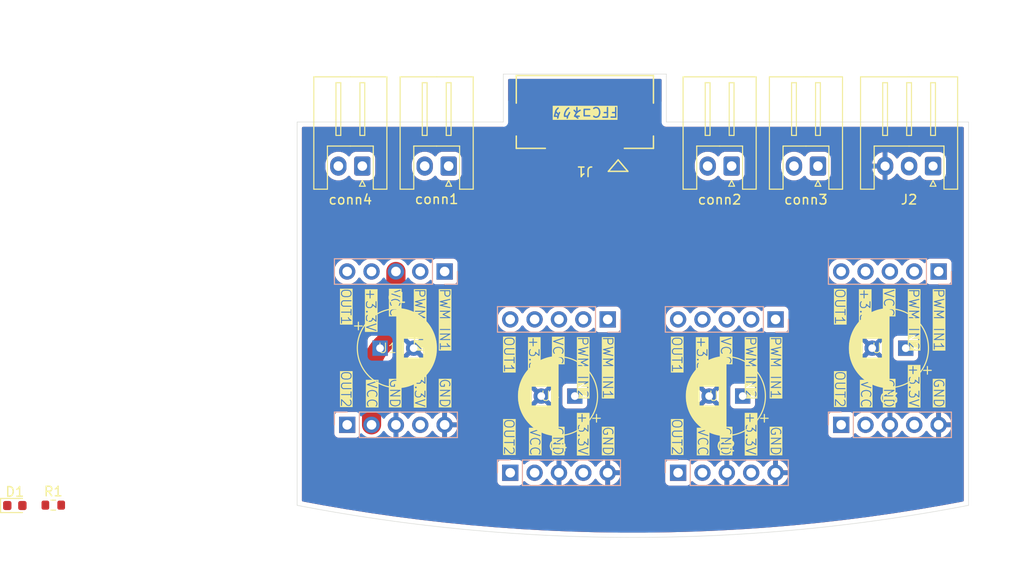
<source format=kicad_pcb>
(kicad_pcb (version 20241229) (generator "pcbnew") (generator_version "9.0")
  (layers (0 "F.Cu" signal) (2 "B.Cu" signal) (13 "F.Paste" user) (15 "B.Paste" user) (5 "F.SilkS" user "F.Silkscreen") (7 "B.SilkS" user "B.Silkscreen") (1 "F.Mask" user) (3 "B.Mask" user) (25 "Edge.Cuts" user))
  (net 0 "")
  (net 1 "GND")
  (net 2 "VCC")
  (net 3 "D1 OUT2")
  (net 4 "D1 OUT1")
  (net 5 "D2 OUT1")
  (net 6 "D2 OUT2")
  (net 7 "D3 OUT1")
  (net 8 "D3 OUT2")
  (net 9 "D4 OUT1")
  (net 10 "D4 OUT2")
  (net 11 "Net-(D1-K)")
  (net 12 "D2 EN")
  (net 13 "D3 PH")
  (net 14 "D2 PH")
  (net 15 "D1 PH")
  (net 16 "D4 PH")
  (net 17 "D4 EN")
  (net 18 "D3 EN")
  (net 19 "D1 EN")
  (net 20 "+3.3V")
  (footprint "Motor Driver Module:DRV8874 Module V1.2" (layer "F.Cu") (at 181.799993 124.649999)
    (property "Reference" "U3" (at -0.9 0 0) (layer "F.SilkS") (effects (font (thickness 0.1))))
    (property "Value" "~")
    (fp_text user "OUT2" (at -5.8 2.3 270) (layer "F.SilkS" knockout) (effects (font (thickness 0.1)) (justify left bottom)))
    (fp_text user "VCC" (at -3.1 3.3 270) (layer "F.SilkS" knockout) (effects (font (thickness 0.1)) (justify left bottom)))
    (fp_text user "GND" (at -0.7 3.1 270) (layer "F.SilkS" knockout) (effects (font (thickness 0.1)) (justify left bottom)))
    (fp_text user "PWM IN1" (at 4.5 -6.3 270) (layer "F.SilkS" knockout) (effects (font (thickness 0.1)) (justify left bottom)))
    (fp_text user "GND" (at 4.5 3.1 270) (layer "F.SilkS" knockout) (effects (font (thickness 0.1)) (justify left bottom)))
    (fp_text user "PWM IN2" (at 1.9 -6.3 270) (layer "F.SilkS" knockout) (effects (font (thickness 0.1)) (justify left bottom)))
    (fp_text user "+3.3V" (at -3.2 -6.3 270) (layer "F.SilkS" knockout) (effects (font (thickness 0.1)) (justify left bottom)))
    (fp_text user "OUT1" (at -5.8 -6.3 270) (layer "F.SilkS" knockout) (effects (font (thickness 0.1)) (justify left bottom)))
    (fp_text user "+3.3V" (at 1.9 1.6 270) (layer "F.SilkS" knockout) (effects (font (thickness 0.1)) (justify left bottom)))
    (fp_text user "VCC" (at -0.7 -6.2 270) (layer "F.SilkS" knockout) (effects (font (thickness 0.1)) (justify left bottom)))
    (pad "1" thru_hole rect (at 5.08 -8 90) (size 1.7 1.7) (drill 1) (layers "*.Cu" "*.Mask") (net 18 "D3 EN"))
    (pad "2" thru_hole oval (at 2.54 -8 90) (size 1.7 1.7) (drill 1) (layers "*.Cu" "*.Mask") (net 13 "D3 PH"))
    (pad "3" thru_hole oval (at 0 -8 90) (size 1.7 1.7) (drill 1) (layers "*.Cu" "*.Mask") (net 2 "VCC"))
    (pad "4" thru_hole oval (at -2.54 -8 90) (size 1.7 1.7) (drill 1) (layers "*.Cu" "*.Mask") (net 20 "+3.3V"))
    (pad "5" thru_hole oval (at -5.08 -8 90) (size 1.7 1.7) (drill 1) (layers "*.Cu" "*.Mask") (net 7 "D3 OUT1"))
    (pad "6" thru_hole oval (at 5.08 8 270) (size 1.7 1.7) (drill 1) (layers "*.Cu" "*.Mask") (net 1 "GND"))
    (pad "7" thru_hole oval (at 2.54 8 270) (size 1.7 1.7) (drill 1) (layers "*.Cu" "*.Mask") (net 20 "+3.3V"))
    (pad "8" thru_hole oval (at 0 8 270) (size 1.7 1.7) (drill 1) (layers "*.Cu" "*.Mask") (net 1 "GND"))
    (pad "9" thru_hole oval (at -2.54 8 270) (size 1.7 1.7) (drill 1) (layers "*.Cu" "*.Mask") (net 2 "VCC"))
    (pad "10" thru_hole rect (at -5.08 8 270) (size 1.7 1.7) (drill 1) (layers "*.Cu" "*.Mask") (net 8 "D3 OUT2"))
  )
  (footprint "FFC conector:FFC conector 8Pin" (layer "F.Cu") (at 150 100 180)
    (property "Reference" "J1" (at 0 -6.2 180) (layer "F.SilkS"))
    (property "Value" "Conn_01x08_Pin")
    (fp_text user "FFCコネクタ" (at 0 0 180) (layer "F.SilkS" knockout))
    (pad "1" smd rect (at -3.499993 -3.149999 180) (size 0.6 1.9) (layers "F.Cu" "F.Mask" "F.Paste") (net 18 "D3 EN"))
    (pad "2" smd rect (at -2.499992 -3.149999 180) (size 0.6 1.9) (layers "F.Cu" "F.Mask" "F.Paste") (net 13 "D3 PH"))
    (pad "3" smd rect (at -1.499992 -3.149999 180) (size 0.6 1.9) (layers "F.Cu" "F.Mask" "F.Paste") (net 12 "D2 EN"))
    (pad "4" smd rect (at -0.499994 -3.149999 180) (size 0.6 1.9) (layers "F.Cu" "F.Mask" "F.Paste") (net 14 "D2 PH"))
    (pad "5" smd rect (at 0.500007 -3.149999 180) (size 0.6 1.9) (layers "F.Cu" "F.Mask" "F.Paste") (net 17 "D4 EN"))
    (pad "6" smd rect (at 1.500007 -3.149999 180) (size 0.6 1.9) (layers "F.Cu" "F.Mask" "F.Paste") (net 16 "D4 PH"))
    (pad "7" smd rect (at 2.500008 -3.149999 180) (size 0.6 1.9) (layers "F.Cu" "F.Mask" "F.Paste") (net 19 "D1 EN"))
    (pad "8" smd rect (at 3.500008 -3.149999 180) (size 0.6 1.9) (layers "F.Cu" "F.Mask" "F.Paste") (net 15 "D1 PH"))
    (pad "P1" smd rect (at -6.649993 -0.799998 180) (size 2.1 2.799999) (layers "F.Cu" "F.Mask" "F.Paste"))
    (pad "P2" smd rect (at 6.649993 -0.799998 180) (size 2.1 2.799999) (layers "F.Cu" "F.Mask" "F.Paste"))
  )
  (footprint "Motor Driver Module:DRV8874 Module V1.2" (layer "F.Cu") (at 130.299993 124.649999)
    (property "Reference" "U1" (at -0.9 0 0) (layer "F.SilkS") (effects (font (thickness 0.1))))
    (property "Value" "~")
    (fp_text user "OUT2" (at -5.8 2.3 270) (layer "F.SilkS" knockout) (effects (font (thickness 0.1)) (justify left bottom)))
    (fp_text user "GND" (at -0.7 3.1 270) (layer "F.SilkS" knockout) (effects (font (thickness 0.1)) (justify left bottom)))
    (fp_text user "PWM IN1" (at 4.5 -6.3 270) (layer "F.SilkS" knockout) (effects (font (thickness 0.1)) (justify left bottom)))
    (fp_text user "+3.3V" (at -3.2 -6.3 270) (layer "F.SilkS" knockout) (effects (font (thickness 0.1)) (justify left bottom)))
    (fp_text user "VCC" (at -0.7 -6.2 270) (layer "F.SilkS" knockout) (effects (font (thickness 0.1)) (justify left bottom)))
    (fp_text user "GND" (at 4.5 3.1 270) (layer "F.SilkS" knockout) (effects (font (thickness 0.1)) (justify left bottom)))
    (fp_text user "PWM IN2" (at 1.9 -6.3 270) (layer "F.SilkS" knockout) (effects (font (thickness 0.1)) (justify left bottom)))
    (fp_text user "VCC" (at -3.1 3.3 270) (layer "F.SilkS" knockout) (effects (font (thickness 0.1)) (justify left bottom)))
    (fp_text user "OUT1" (at -5.8 -6.3 270) (layer "F.SilkS" knockout) (effects (font (thickness 0.1)) (justify left bottom)))
    (fp_text user "+3.3V" (at 1.9 1.6 270) (layer "F.SilkS" knockout) (effects (font (thickness 0.1)) (justify left bottom)))
    (pad "1" thru_hole rect (at 5.08 -8 90) (size 1.7 1.7) (drill 1) (layers "*.Cu" "*.Mask") (net 19 "D1 EN"))
    (pad "2" thru_hole oval (at 2.54 -8 90) (size 1.7 1.7) (drill 1) (layers "*.Cu" "*.Mask") (net 15 "D1 PH"))
    (pad "3" thru_hole oval (at 0 -8 90) (size 1.7 1.7) (drill 1) (layers "*.Cu" "*.Mask") (net 2 "VCC"))
    (pad "4" thru_hole oval (at -2.54 -8 90) (size 1.7 1.7) (drill 1) (layers "*.Cu" "*.Mask") (net 20 "+3.3V"))
    (pad "5" thru_hole oval (at -5.08 -8 90) (size 1.7 1.7) (drill 1) (layers "*.Cu" "*.Mask") (net 4 "D1 OUT1"))
    (pad "6" thru_hole oval (at 5.08 8 270) (size 1.7 1.7) (drill 1) (layers "*.Cu" "*.Mask") (net 1 "GND"))
    (pad "7" thru_hole oval (at 2.54 8 270) (size 1.7 1.7) (drill 1) (layers "*.Cu" "*.Mask") (net 20 "+3.3V"))
    (pad "8" thru_hole oval (at 0 8 270) (size 1.7 1.7) (drill 1) (layers "*.Cu" "*.Mask") (net 1 "GND"))
    (pad "9" thru_hole oval (at -2.54 8 270) (size 1.7 1.7) (drill 1) (layers "*.Cu" "*.Mask") (net 2 "VCC"))
    (pad "10" thru_hole rect (at -5.08 8 270) (size 1.7 1.7) (drill 1) (layers "*.Cu" "*.Mask") (net 3 "D1 OUT2"))
  )
  (footprint "Capacitor_THT:CP_Radial_D8.0mm_P3.50mm" (layer "F.Cu") (at 183.452644 124.649999 180)
    (property "Reference" "C3" (at 1.75 -5.25 0) (layer "F.SilkS"))
    (property "Value" "150uF")
    (pad "1" thru_hole rect (at 0 0 180) (size 1.6 1.6) (drill 0.8) (layers "*.Cu" "*.Mask") (net 2 "VCC"))
    (pad "2" thru_hole circle (at 3.5 0 180) (size 1.6 1.6) (drill 0.8) (layers "*.Cu" "*.Mask") (net 1 "GND"))
  )
  (footprint "Motor Driver Module:DRV8874 Module V1.2" (layer "F.Cu") (at 164.799993 129.649999)
    (property "Reference" "U2" (at -0.9 0 0) (layer "F.SilkS") (effects (font (thickness 0.1))))
    (property "Value" "~")
    (fp_text user "+3.3V" (at 1.9 1.6 270) (layer "F.SilkS" knockout) (effects (font (thickness 0.1)) (justify left bottom)))
    (fp_text user "PWM IN1" (at 4.5 -6.3 270) (layer "F.SilkS" knockout) (effects (font (thickness 0.1)) (justify left bottom)))
    (fp_text user "PWM IN2" (at 1.9 -6.3 270) (layer "F.SilkS" knockout) (effects (font (thickness 0.1)) (justify left bottom)))
    (fp_text user "OUT2" (at -5.8 2.3 270) (layer "F.SilkS" knockout) (effects (font (thickness 0.1)) (justify left bottom)))
    (fp_text user "+3.3V" (at -3.2 -6.3 270) (layer "F.SilkS" knockout) (effects (font (thickness 0.1)) (justify left bottom)))
    (fp_text user "VCC" (at -3.1 3.3 270) (layer "F.SilkS" knockout) (effects (font (thickness 0.1)) (justify left bottom)))
    (fp_text user "GND" (at 4.5 3.1 270) (layer "F.SilkS" knockout) (effects (font (thickness 0.1)) (justify left bottom)))
    (fp_text user "OUT1" (at -5.8 -6.3 270) (layer "F.SilkS" knockout) (effects (font (thickness 0.1)) (justify left bottom)))
    (fp_text user "GND" (at -0.7 3.1 270) (layer "F.SilkS" knockout) (effects (font (thickness 0.1)) (justify left bottom)))
    (fp_text user "VCC" (at -0.7 -6.2 270) (layer "F.SilkS" knockout) (effects (font (thickness 0.1)) (justify left bottom)))
    (pad "1" thru_hole rect (at 5.08 -8 90) (size 1.7 1.7) (drill 1) (layers "*.Cu" "*.Mask") (net 12 "D2 EN"))
    (pad "2" thru_hole oval (at 2.54 -8 90) (size 1.7 1.7) (drill 1) (layers "*.Cu" "*.Mask") (net 14 "D2 PH"))
    (pad "3" thru_hole oval (at 0 -8 90) (size 1.7 1.7) (drill 1) (layers "*.Cu" "*.Mask") (net 2 "VCC"))
    (pad "4" thru_hole oval (at -2.54 -8 90) (size 1.7 1.7) (drill 1) (layers "*.Cu" "*.Mask") (net 20 "+3.3V"))
    (pad "5" thru_hole oval (at -5.08 -8 90) (size 1.7 1.7) (drill 1) (layers "*.Cu" "*.Mask") (net 5 "D2 OUT1"))
    (pad "6" thru_hole oval (at 5.08 8 270) (size 1.7 1.7) (drill 1) (layers "*.Cu" "*.Mask") (net 1 "GND"))
    (pad "7" thru_hole oval (at 2.54 8 270) (size 1.7 1.7) (drill 1) (layers "*.Cu" "*.Mask") (net 20 "+3.3V"))
    (pad "8" thru_hole oval (at 0 8 270) (size 1.7 1.7) (drill 1) (layers "*.Cu" "*.Mask") (net 1 "GND"))
    (pad "9" thru_hole oval (at -2.54 8 270) (size 1.7 1.7) (drill 1) (layers "*.Cu" "*.Mask") (net 2 "VCC"))
    (pad "10" thru_hole rect (at -5.08 8 270) (size 1.7 1.7) (drill 1) (layers "*.Cu" "*.Mask") (net 6 "D2 OUT2"))
  )
  (footprint "Connector_JST:JST_XH_S2B-XH-A_1x02_P2.50mm_Horizontal" (layer "F.Cu") (at 126.799993 105.649999 180)
    (property "Reference" "conn4" (at 1.25 -3.5 0) (layer "F.SilkS"))
    (property "Value" "Conn_01x02_Pin")
    (pad "1" thru_hole roundrect (at 0 0 180) (size 1.7 2) (drill 1) (layers "*.Cu" "*.Mask") (roundrect_rratio 0.147059) (net 9 "D4 OUT1"))
    (pad "2" thru_hole oval (at 2.5 0 180) (size 1.7 2) (drill 1) (layers "*.Cu" "*.Mask") (net 10 "D4 OUT2"))
  )
  (footprint "Connector_JST:JST_XH_S3B-XH-A_1x03_P2.50mm_Horizontal" (layer "F.Cu") (at 186.299993 105.649999 180)
    (property "Reference" "J2" (at 2.5 -3.5 0) (layer "F.SilkS"))
    (property "Value" "Conn_01x03_Pin")
    (pad "1" thru_hole roundrect (at 0 0 180) (size 1.7 1.95) (drill 0.95) (layers "*.Cu" "*.Mask") (roundrect_rratio 0.147059) (net 2 "VCC"))
    (pad "2" thru_hole oval (at 2.5 0 180) (size 1.7 1.95) (drill 0.95) (layers "*.Cu" "*.Mask") (net 20 "+3.3V"))
    (pad "3" thru_hole oval (at 5 0 180) (size 1.7 1.95) (drill 0.95) (layers "*.Cu" "*.Mask") (net 1 "GND"))
  )
  (footprint "Capacitor_THT:CP_Radial_D8.0mm_P3.50mm" (layer "F.Cu") (at 128.647342 124.649999)
    (property "Reference" "C1" (at 1.75 -5.25 0) (layer "F.SilkS"))
    (property "Value" "150uF")
    (pad "1" thru_hole rect (at 0 0) (size 1.6 1.6) (drill 0.8) (layers "*.Cu" "*.Mask") (net 2 "VCC"))
    (pad "2" thru_hole circle (at 3.5 0) (size 1.6 1.6) (drill 0.8) (layers "*.Cu" "*.Mask") (net 1 "GND"))
  )
  (footprint "Motor Driver Module:DRV8874 Module V1.2" (layer "F.Cu") (at 147.299993 129.649999)
    (property "Reference" "U4" (at -0.9 0 0) (layer "F.SilkS") (effects (font (thickness 0.1))))
    (property "Value" "~")
    (fp_text user "GND" (at 4.5 3.1 270) (layer "F.SilkS" knockout) (effects (font (thickness 0.1)) (justify left bottom)))
    (fp_text user "OUT2" (at -5.8 2.3 270) (layer "F.SilkS" knockout) (effects (font (thickness 0.1)) (justify left bottom)))
    (fp_text user "OUT1" (at -5.8 -6.3 270) (layer "F.SilkS" knockout) (effects (font (thickness 0.1)) (justify left bottom)))
    (fp_text user "+3.3V" (at 1.9 1.6 270) (layer "F.SilkS" knockout) (effects (font (thickness 0.1)) (justify left bottom)))
    (fp_text user "GND" (at -0.7 3.1 270) (layer "F.SilkS" knockout) (effects (font (thickness 0.1)) (justify left bottom)))
    (fp_text user "PWM IN1" (at 4.5 -6.3 270) (layer "F.SilkS" knockout) (effects (font (thickness 0.1)) (justify left bottom)))
    (fp_text user "VCC" (at -3.1 3.3 270) (layer "F.SilkS" knockout) (effects (font (thickness 0.1)) (justify left bottom)))
    (fp_text user "VCC" (at -0.7 -6.2 270) (layer "F.SilkS" knockout) (effects (font (thickness 0.1)) (justify left bottom)))
    (fp_text user "PWM IN2" (at 1.9 -6.3 270) (layer "F.SilkS" knockout) (effects (font (thickness 0.1)) (justify left bottom)))
    (fp_text user "+3.3V" (at -3.2 -6.3 270) (layer "F.SilkS" knockout) (effects (font (thickness 0.1)) (justify left bottom)))
    (pad "1" thru_hole rect (at 5.08 -8 90) (size 1.7 1.7) (drill 1) (layers "*.Cu" "*.Mask") (net 17 "D4 EN"))
    (pad "2" thru_hole oval (at 2.54 -8 90) (size 1.7 1.7) (drill 1) (layers "*.Cu" "*.Mask") (net 16 "D4 PH"))
    (pad "3" thru_hole oval (at 0 -8 90) (size 1.7 1.7) (drill 1) (layers "*.Cu" "*.Mask") (net 2 "VCC"))
    (pad "4" thru_hole oval (at -2.54 -8 90) (size 1.7 1.7) (drill 1) (layers "*.Cu" "*.Mask") (net 20 "+3.3V"))
    (pad "5" thru_hole oval (at -5.08 -8 90) (size 1.7 1.7) (drill 1) (layers "*.Cu" "*.Mask") (net 9 "D4 OUT1"))
    (pad "6" thru_hole oval (at 5.08 8 270) (size 1.7 1.7) (drill 1) (layers "*.Cu" "*.Mask") (net 1 "GND"))
    (pad "7" thru_hole oval (at 2.54 8 270) (size 1.7 1.7) (drill 1) (layers "*.Cu" "*.Mask") (net 20 "+3.3V"))
    (pad "8" thru_hole oval (at 0 8 270) (size 1.7 1.7) (drill 1) (layers "*.Cu" "*.Mask") (net 1 "GND"))
    (pad "9" thru_hole oval (at -2.54 8 270) (size 1.7 1.7) (drill 1) (layers "*.Cu" "*.Mask") (net 2 "VCC"))
    (pad "10" thru_hole rect (at -5.08 8 270) (size 1.7 1.7) (drill 1) (layers "*.Cu" "*.Mask") (net 10 "D4 OUT2"))
  )
  (footprint "LED_SMD:LED_0603_1608Metric" (layer "F.Cu") (at 90.57 141.07)
    (property "Reference" "D1" (at 0 -1.43 0) (layer "F.SilkS"))
    (property "Value" "LED")
    (pad "1" smd roundrect (at -0.7875 0) (size 0.875 0.95) (layers "F.Cu" "F.Mask" "F.Paste") (net 11 "Net-(D1-K)"))
    (pad "2" smd roundrect (at 0.7875 0) (size 0.875 0.95) (layers "F.Cu" "F.Mask" "F.Paste") (net 2 "VCC"))
  )
  (footprint "Connector_JST:JST_XH_S2B-XH-A_1x02_P2.50mm_Horizontal" (layer "F.Cu") (at 174.299993 105.649999 180)
    (property "Reference" "conn3" (at 1.25 -3.5 0) (layer "F.SilkS"))
    (property "Value" "Conn_01x02_Pin")
    (pad "1" thru_hole roundrect (at 0 0 180) (size 1.7 2) (drill 1) (layers "*.Cu" "*.Mask") (roundrect_rratio 0.147059) (net 7 "D3 OUT1"))
    (pad "2" thru_hole oval (at 2.5 0 180) (size 1.7 2) (drill 1) (layers "*.Cu" "*.Mask") (net 8 "D3 OUT2"))
  )
  (footprint "Connector_JST:JST_XH_S2B-XH-A_1x02_P2.50mm_Horizontal" (layer "F.Cu") (at 165.299993 105.649999 180)
    (property "Reference" "conn2" (at 1.25 -3.5 0) (layer "F.SilkS"))
    (property "Value" "Conn_01x02_Pin")
    (pad "1" thru_hole roundrect (at 0 0 180) (size 1.7 2) (drill 1) (layers "*.Cu" "*.Mask") (roundrect_rratio 0.147059) (net 5 "D2 OUT1"))
    (pad "2" thru_hole oval (at 2.5 0 180) (size 1.7 2) (drill 1) (layers "*.Cu" "*.Mask") (net 6 "D2 OUT2"))
  )
  (footprint "Capacitor_THT:CP_Radial_D8.0mm_P3.50mm" (layer "F.Cu") (at 148.952644 129.649999 180)
    (property "Reference" "C4" (at 1.75 -5.25 0) (layer "F.SilkS"))
    (property "Value" "150uF")
    (pad "1" thru_hole rect (at 0 0 180) (size 1.6 1.6) (drill 0.8) (layers "*.Cu" "*.Mask") (net 2 "VCC"))
    (pad "2" thru_hole circle (at 3.5 0 180) (size 1.6 1.6) (drill 0.8) (layers "*.Cu" "*.Mask") (net 1 "GND"))
  )
  (footprint "Resistor_SMD:R_0603_1608Metric" (layer "F.Cu") (at 94.58 141.03)
    (property "Reference" "R1" (at 0 -1.43 0) (layer "F.SilkS"))
    (property "Value" "350")
    (pad "1" smd roundrect (at -0.825 0) (size 0.8 0.95) (layers "F.Cu" "F.Mask" "F.Paste") (net 11 "Net-(D1-K)"))
    (pad "2" smd roundrect (at 0.825 0) (size 0.8 0.95) (layers "F.Cu" "F.Mask" "F.Paste") (net 1 "GND"))
  )
  (footprint "Capacitor_THT:CP_Radial_D8.0mm_P3.50mm" (layer "F.Cu") (at 166.452644 129.649999 180)
    (property "Reference" "C2" (at 1.75 -5.25 0) (layer "F.SilkS"))
    (property "Value" "150uF")
    (pad "1" thru_hole rect (at 0 0 180) (size 1.6 1.6) (drill 0.8) (layers "*.Cu" "*.Mask") (net 2 "VCC"))
    (pad "2" thru_hole circle (at 3.5 0 180) (size 1.6 1.6) (drill 0.8) (layers "*.Cu" "*.Mask") (net 1 "GND"))
  )
  (footprint "Connector_JST:JST_XH_S2B-XH-A_1x02_P2.50mm_Horizontal" (layer "F.Cu") (at 135.799993 105.649999 180)
    (property "Reference" "conn1" (at 1.25 -3.45 0) (layer "F.SilkS"))
    (property "Value" "Conn_01x02_Pin")
    (pad "1" thru_hole roundrect (at 0 0 180) (size 1.7 2) (drill 1) (layers "*.Cu" "*.Mask") (roundrect_rratio 0.147059) (net 4 "D1 OUT1"))
    (pad "2" thru_hole oval (at 2.5 0 180) (size 1.7 2) (drill 1) (layers "*.Cu" "*.Mask") (net 3 "D1 OUT2"))
  )
  (gr_line (start 158.499993 96.049999) (end 141.499993 96.049999) (stroke (width 0.05)) (layer "Edge.Cuts"))
  (gr_line (start 141.499993 96.049999) (end 141.499993 101.049999) (stroke (width 0.05)) (layer "Edge.Cuts"))
  (gr_line (start 119.999993 101.049999) (end 119.999993 141.049999) (stroke (width 0.05)) (layer "Edge.Cuts"))
  (gr_arc (start 189.999993 141.049999) (mid 154.999993 144.398381) (end 119.999993 141.049999) (stroke (width 0.05)) (layer "Edge.Cuts"))
  (gr_line (start 141.499993 101.049999) (end 119.999993 101.049999) (stroke (width 0.05)) (layer "Edge.Cuts"))
  (gr_line (start 189.999993 101.049999) (end 189.999993 141.049999) (stroke (width 0.05)) (layer "Edge.Cuts"))
  (gr_line (start 158.499993 96.049999) (end 158.499993 101.049999) (stroke (width 0.05)) (layer "Edge.Cuts"))
  (gr_line (start 158.499993 101.049999) (end 189.999993 101.049999) (stroke (width 0.05)) (layer "Edge.Cuts"))
  (segment (start 130.299993 116.649999) (end 130.299993 120.842989) (width 2) (layer "F.Cu") (net 2))
  (segment (start 127.759993 132.649999) (end 127.759993 126.975092) (width 2) (layer "F.Cu") (net 2))
  (arc (start 127.759993 126.975092) (mid 128.042586 125.554402) (end 128.847342 124.349999) (width 2) (layer "F.Cu") (net 2))
  (arc (start 130.299993 120.842989) (mid 129.922462 122.740969) (end 128.847342 124.349999) (width 2) (layer "F.Cu") (net 2))
  (zone (net 1) (net_name "GND") (layers "F.Cu" "B.Cu") (connect_pads (clearance 0.5)) (min_thickness 0.25) (fill yes (thermal_gap 0.5) (thermal_bridge_width 0.5))
    (polygon (pts (xy 113.799993 88.320348) (xy 195.799993 88.320348) (xy 195.799993 147.320348) (xy 113.799993 147.320348)))
  )
)
</source>
